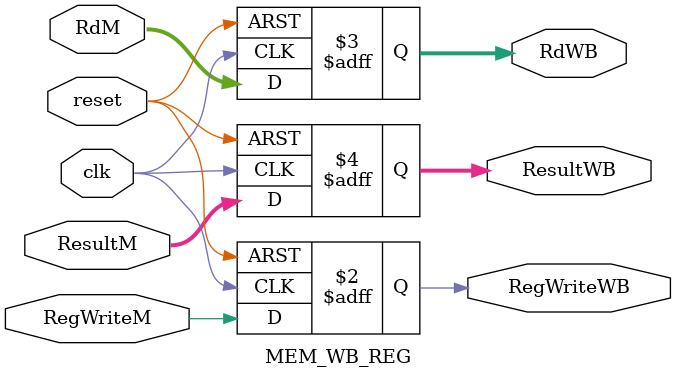
<source format=sv>
module MEM_WB_REG
    #(parameter XLEN = 32)
    (
        input   logic               clk, reset,
        input   logic               RegWriteM,
        input   logic [4:0]         RdM,
        input   logic [XLEN-1:0]    ResultM,
        
        output  logic               RegWriteWB,
        output  logic [4:0]         RdWB,
        output  logic [XLEN-1:0]    ResultWB
    
        
    );
    always_ff @(posedge clk, posedge reset)
        if (reset)
            {RegWriteWB, RdWB, ResultWB} <= '0;
        else
            begin
                {RegWriteWB, RdWB, ResultWB} <= {RegWriteM, RdM, 
                ResultM};
            end
endmodule

</source>
